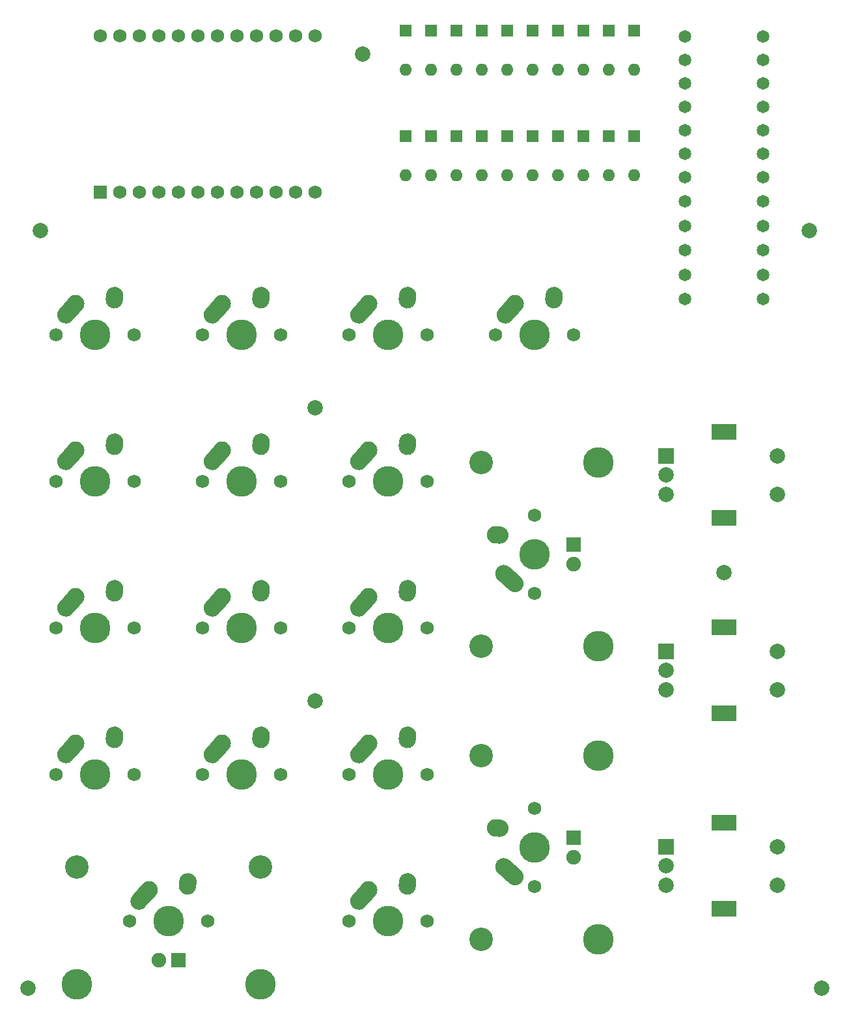
<source format=gbs>
%TF.GenerationSoftware,KiCad,Pcbnew,(5.1.10)-1*%
%TF.CreationDate,2021-10-28T11:13:53+08:00*%
%TF.ProjectId,EGPad,45475061-642e-46b6-9963-61645f706362,rev?*%
%TF.SameCoordinates,Original*%
%TF.FileFunction,Soldermask,Bot*%
%TF.FilePolarity,Negative*%
%FSLAX46Y46*%
G04 Gerber Fmt 4.6, Leading zero omitted, Abs format (unit mm)*
G04 Created by KiCad (PCBNEW (5.1.10)-1) date 2021-10-28 11:13:53*
%MOMM*%
%LPD*%
G01*
G04 APERTURE LIST*
%ADD10C,1.750000*%
%ADD11C,2.250000*%
%ADD12C,3.987800*%
%ADD13C,1.905000*%
%ADD14R,1.905000X1.905000*%
%ADD15C,3.048000*%
%ADD16R,1.600000X1.600000*%
%ADD17O,1.600000X1.600000*%
%ADD18C,1.752600*%
%ADD19R,1.752600X1.752600*%
%ADD20C,2.000000*%
%ADD21R,3.200000X2.000000*%
%ADD22R,2.000000X2.000000*%
%ADD23C,1.651000*%
G04 APERTURE END LIST*
D10*
%TO.C,MX15*%
X164623750Y-73818750D03*
X154463750Y-73818750D03*
D11*
X157043750Y-69818750D03*
D12*
X159543750Y-73818750D03*
G36*
G01*
X154980978Y-72114788D02*
X154980978Y-72114788D01*
G75*
G02*
X154897712Y-70525978I752772J836038D01*
G01*
X156210250Y-69068258D01*
G75*
G02*
X157799060Y-68984992I836038J-752772D01*
G01*
X157799060Y-68984992D01*
G75*
G02*
X157882326Y-70573802I-752772J-836038D01*
G01*
X156569788Y-72031522D01*
G75*
G02*
X154980978Y-72114788I-836038J752772D01*
G01*
G37*
D11*
X162083750Y-68738750D03*
G36*
G01*
X161965274Y-70441010D02*
X161965274Y-70441010D01*
G75*
G02*
X160921490Y-69240274I78476J1122260D01*
G01*
X160962044Y-68660312D01*
G75*
G02*
X162162780Y-67616528I1122260J-78476D01*
G01*
X162162780Y-67616528D01*
G75*
G02*
X163206564Y-68817264I-78476J-1122260D01*
G01*
X163166010Y-69397226D01*
G75*
G02*
X161965274Y-70441010I-1122260J78476D01*
G01*
G37*
%TD*%
%TO.C,MX5*%
G36*
G01*
X114340274Y-146641010D02*
X114340274Y-146641010D01*
G75*
G02*
X113296490Y-145440274I78476J1122260D01*
G01*
X113337044Y-144860312D01*
G75*
G02*
X114537780Y-143816528I1122260J-78476D01*
G01*
X114537780Y-143816528D01*
G75*
G02*
X115581564Y-145017264I-78476J-1122260D01*
G01*
X115541010Y-145597226D01*
G75*
G02*
X114340274Y-146641010I-1122260J78476D01*
G01*
G37*
X114458750Y-144938750D03*
G36*
G01*
X107355978Y-148314788D02*
X107355978Y-148314788D01*
G75*
G02*
X107272712Y-146725978I752772J836038D01*
G01*
X108585250Y-145268258D01*
G75*
G02*
X110174060Y-145184992I836038J-752772D01*
G01*
X110174060Y-145184992D01*
G75*
G02*
X110257326Y-146773802I-752772J-836038D01*
G01*
X108944788Y-148231522D01*
G75*
G02*
X107355978Y-148314788I-836038J752772D01*
G01*
G37*
D12*
X111918750Y-150018750D03*
D11*
X109418750Y-146018750D03*
D13*
X110648750Y-155098750D03*
D14*
X113188750Y-155098750D03*
D10*
X106838750Y-150018750D03*
X116998750Y-150018750D03*
D15*
X99980750Y-143033750D03*
X123856750Y-143033750D03*
D12*
X99980750Y-158273750D03*
X123856750Y-158273750D03*
%TD*%
%TO.C,MX17*%
G36*
G01*
X156166010Y-138072226D02*
X156166010Y-138072226D01*
G75*
G02*
X154965274Y-139116010I-1122260J78476D01*
G01*
X154385312Y-139075456D01*
G75*
G02*
X153341528Y-137874720I78476J1122260D01*
G01*
X153341528Y-137874720D01*
G75*
G02*
X154542264Y-136830936I1122260J-78476D01*
G01*
X155122226Y-136871490D01*
G75*
G02*
X156166010Y-138072226I-78476J-1122260D01*
G01*
G37*
D11*
X154463750Y-137953750D03*
G36*
G01*
X157839788Y-145056522D02*
X157839788Y-145056522D01*
G75*
G02*
X156250978Y-145139788I-836038J752772D01*
G01*
X154793258Y-143827250D01*
G75*
G02*
X154709992Y-142238440I752772J836038D01*
G01*
X154709992Y-142238440D01*
G75*
G02*
X156298802Y-142155174I836038J-752772D01*
G01*
X157756522Y-143467712D01*
G75*
G02*
X157839788Y-145056522I-752772J-836038D01*
G01*
G37*
D12*
X159543750Y-140493750D03*
D11*
X155543750Y-142993750D03*
D13*
X164623750Y-141763750D03*
D14*
X164623750Y-139223750D03*
D10*
X159543750Y-145573750D03*
X159543750Y-135413750D03*
D15*
X152558750Y-152431750D03*
X152558750Y-128555750D03*
D12*
X167798750Y-152431750D03*
X167798750Y-128555750D03*
%TD*%
%TO.C,MX16*%
G36*
G01*
X156166010Y-99972226D02*
X156166010Y-99972226D01*
G75*
G02*
X154965274Y-101016010I-1122260J78476D01*
G01*
X154385312Y-100975456D01*
G75*
G02*
X153341528Y-99774720I78476J1122260D01*
G01*
X153341528Y-99774720D01*
G75*
G02*
X154542264Y-98730936I1122260J-78476D01*
G01*
X155122226Y-98771490D01*
G75*
G02*
X156166010Y-99972226I-78476J-1122260D01*
G01*
G37*
D11*
X154463750Y-99853750D03*
G36*
G01*
X157839788Y-106956522D02*
X157839788Y-106956522D01*
G75*
G02*
X156250978Y-107039788I-836038J752772D01*
G01*
X154793258Y-105727250D01*
G75*
G02*
X154709992Y-104138440I752772J836038D01*
G01*
X154709992Y-104138440D01*
G75*
G02*
X156298802Y-104055174I836038J-752772D01*
G01*
X157756522Y-105367712D01*
G75*
G02*
X157839788Y-106956522I-752772J-836038D01*
G01*
G37*
D12*
X159543750Y-102393750D03*
D11*
X155543750Y-104893750D03*
D13*
X164623750Y-103663750D03*
D14*
X164623750Y-101123750D03*
D10*
X159543750Y-107473750D03*
X159543750Y-97313750D03*
D15*
X152558750Y-114331750D03*
X152558750Y-90455750D03*
D12*
X167798750Y-114331750D03*
X167798750Y-90455750D03*
%TD*%
D10*
%TO.C,MX11*%
X145573750Y-73818750D03*
X135413750Y-73818750D03*
D11*
X137993750Y-69818750D03*
D12*
X140493750Y-73818750D03*
G36*
G01*
X135930978Y-72114788D02*
X135930978Y-72114788D01*
G75*
G02*
X135847712Y-70525978I752772J836038D01*
G01*
X137160250Y-69068258D01*
G75*
G02*
X138749060Y-68984992I836038J-752772D01*
G01*
X138749060Y-68984992D01*
G75*
G02*
X138832326Y-70573802I-752772J-836038D01*
G01*
X137519788Y-72031522D01*
G75*
G02*
X135930978Y-72114788I-836038J752772D01*
G01*
G37*
D11*
X143033750Y-68738750D03*
G36*
G01*
X142915274Y-70441010D02*
X142915274Y-70441010D01*
G75*
G02*
X141871490Y-69240274I78476J1122260D01*
G01*
X141912044Y-68660312D01*
G75*
G02*
X143112780Y-67616528I1122260J-78476D01*
G01*
X143112780Y-67616528D01*
G75*
G02*
X144156564Y-68817264I-78476J-1122260D01*
G01*
X144116010Y-69397226D01*
G75*
G02*
X142915274Y-70441010I-1122260J78476D01*
G01*
G37*
%TD*%
D10*
%TO.C,MX8*%
X126523750Y-111918750D03*
X116363750Y-111918750D03*
D11*
X118943750Y-107918750D03*
D12*
X121443750Y-111918750D03*
G36*
G01*
X116880978Y-110214788D02*
X116880978Y-110214788D01*
G75*
G02*
X116797712Y-108625978I752772J836038D01*
G01*
X118110250Y-107168258D01*
G75*
G02*
X119699060Y-107084992I836038J-752772D01*
G01*
X119699060Y-107084992D01*
G75*
G02*
X119782326Y-108673802I-752772J-836038D01*
G01*
X118469788Y-110131522D01*
G75*
G02*
X116880978Y-110214788I-836038J752772D01*
G01*
G37*
D11*
X123983750Y-106838750D03*
G36*
G01*
X123865274Y-108541010D02*
X123865274Y-108541010D01*
G75*
G02*
X122821490Y-107340274I78476J1122260D01*
G01*
X122862044Y-106760312D01*
G75*
G02*
X124062780Y-105716528I1122260J-78476D01*
G01*
X124062780Y-105716528D01*
G75*
G02*
X125106564Y-106917264I-78476J-1122260D01*
G01*
X125066010Y-107497226D01*
G75*
G02*
X123865274Y-108541010I-1122260J78476D01*
G01*
G37*
%TD*%
D10*
%TO.C,MX4*%
X107473750Y-130968750D03*
X97313750Y-130968750D03*
D11*
X99893750Y-126968750D03*
D12*
X102393750Y-130968750D03*
G36*
G01*
X97830978Y-129264788D02*
X97830978Y-129264788D01*
G75*
G02*
X97747712Y-127675978I752772J836038D01*
G01*
X99060250Y-126218258D01*
G75*
G02*
X100649060Y-126134992I836038J-752772D01*
G01*
X100649060Y-126134992D01*
G75*
G02*
X100732326Y-127723802I-752772J-836038D01*
G01*
X99419788Y-129181522D01*
G75*
G02*
X97830978Y-129264788I-836038J752772D01*
G01*
G37*
D11*
X104933750Y-125888750D03*
G36*
G01*
X104815274Y-127591010D02*
X104815274Y-127591010D01*
G75*
G02*
X103771490Y-126390274I78476J1122260D01*
G01*
X103812044Y-125810312D01*
G75*
G02*
X105012780Y-124766528I1122260J-78476D01*
G01*
X105012780Y-124766528D01*
G75*
G02*
X106056564Y-125967264I-78476J-1122260D01*
G01*
X106016010Y-126547226D01*
G75*
G02*
X104815274Y-127591010I-1122260J78476D01*
G01*
G37*
%TD*%
D10*
%TO.C,MX14*%
X145573750Y-130968750D03*
X135413750Y-130968750D03*
D11*
X137993750Y-126968750D03*
D12*
X140493750Y-130968750D03*
G36*
G01*
X135930978Y-129264788D02*
X135930978Y-129264788D01*
G75*
G02*
X135847712Y-127675978I752772J836038D01*
G01*
X137160250Y-126218258D01*
G75*
G02*
X138749060Y-126134992I836038J-752772D01*
G01*
X138749060Y-126134992D01*
G75*
G02*
X138832326Y-127723802I-752772J-836038D01*
G01*
X137519788Y-129181522D01*
G75*
G02*
X135930978Y-129264788I-836038J752772D01*
G01*
G37*
D11*
X143033750Y-125888750D03*
G36*
G01*
X142915274Y-127591010D02*
X142915274Y-127591010D01*
G75*
G02*
X141871490Y-126390274I78476J1122260D01*
G01*
X141912044Y-125810312D01*
G75*
G02*
X143112780Y-124766528I1122260J-78476D01*
G01*
X143112780Y-124766528D01*
G75*
G02*
X144156564Y-125967264I-78476J-1122260D01*
G01*
X144116010Y-126547226D01*
G75*
G02*
X142915274Y-127591010I-1122260J78476D01*
G01*
G37*
%TD*%
D10*
%TO.C,MX13*%
X145573750Y-111918750D03*
X135413750Y-111918750D03*
D11*
X137993750Y-107918750D03*
D12*
X140493750Y-111918750D03*
G36*
G01*
X135930978Y-110214788D02*
X135930978Y-110214788D01*
G75*
G02*
X135847712Y-108625978I752772J836038D01*
G01*
X137160250Y-107168258D01*
G75*
G02*
X138749060Y-107084992I836038J-752772D01*
G01*
X138749060Y-107084992D01*
G75*
G02*
X138832326Y-108673802I-752772J-836038D01*
G01*
X137519788Y-110131522D01*
G75*
G02*
X135930978Y-110214788I-836038J752772D01*
G01*
G37*
D11*
X143033750Y-106838750D03*
G36*
G01*
X142915274Y-108541010D02*
X142915274Y-108541010D01*
G75*
G02*
X141871490Y-107340274I78476J1122260D01*
G01*
X141912044Y-106760312D01*
G75*
G02*
X143112780Y-105716528I1122260J-78476D01*
G01*
X143112780Y-105716528D01*
G75*
G02*
X144156564Y-106917264I-78476J-1122260D01*
G01*
X144116010Y-107497226D01*
G75*
G02*
X142915274Y-108541010I-1122260J78476D01*
G01*
G37*
%TD*%
D10*
%TO.C,MX12*%
X145573750Y-92868750D03*
X135413750Y-92868750D03*
D11*
X137993750Y-88868750D03*
D12*
X140493750Y-92868750D03*
G36*
G01*
X135930978Y-91164788D02*
X135930978Y-91164788D01*
G75*
G02*
X135847712Y-89575978I752772J836038D01*
G01*
X137160250Y-88118258D01*
G75*
G02*
X138749060Y-88034992I836038J-752772D01*
G01*
X138749060Y-88034992D01*
G75*
G02*
X138832326Y-89623802I-752772J-836038D01*
G01*
X137519788Y-91081522D01*
G75*
G02*
X135930978Y-91164788I-836038J752772D01*
G01*
G37*
D11*
X143033750Y-87788750D03*
G36*
G01*
X142915274Y-89491010D02*
X142915274Y-89491010D01*
G75*
G02*
X141871490Y-88290274I78476J1122260D01*
G01*
X141912044Y-87710312D01*
G75*
G02*
X143112780Y-86666528I1122260J-78476D01*
G01*
X143112780Y-86666528D01*
G75*
G02*
X144156564Y-87867264I-78476J-1122260D01*
G01*
X144116010Y-88447226D01*
G75*
G02*
X142915274Y-89491010I-1122260J78476D01*
G01*
G37*
%TD*%
D10*
%TO.C,MX10*%
X145573750Y-150018750D03*
X135413750Y-150018750D03*
D11*
X137993750Y-146018750D03*
D12*
X140493750Y-150018750D03*
G36*
G01*
X135930978Y-148314788D02*
X135930978Y-148314788D01*
G75*
G02*
X135847712Y-146725978I752772J836038D01*
G01*
X137160250Y-145268258D01*
G75*
G02*
X138749060Y-145184992I836038J-752772D01*
G01*
X138749060Y-145184992D01*
G75*
G02*
X138832326Y-146773802I-752772J-836038D01*
G01*
X137519788Y-148231522D01*
G75*
G02*
X135930978Y-148314788I-836038J752772D01*
G01*
G37*
D11*
X143033750Y-144938750D03*
G36*
G01*
X142915274Y-146641010D02*
X142915274Y-146641010D01*
G75*
G02*
X141871490Y-145440274I78476J1122260D01*
G01*
X141912044Y-144860312D01*
G75*
G02*
X143112780Y-143816528I1122260J-78476D01*
G01*
X143112780Y-143816528D01*
G75*
G02*
X144156564Y-145017264I-78476J-1122260D01*
G01*
X144116010Y-145597226D01*
G75*
G02*
X142915274Y-146641010I-1122260J78476D01*
G01*
G37*
%TD*%
D10*
%TO.C,MX9*%
X126523750Y-130968750D03*
X116363750Y-130968750D03*
D11*
X118943750Y-126968750D03*
D12*
X121443750Y-130968750D03*
G36*
G01*
X116880978Y-129264788D02*
X116880978Y-129264788D01*
G75*
G02*
X116797712Y-127675978I752772J836038D01*
G01*
X118110250Y-126218258D01*
G75*
G02*
X119699060Y-126134992I836038J-752772D01*
G01*
X119699060Y-126134992D01*
G75*
G02*
X119782326Y-127723802I-752772J-836038D01*
G01*
X118469788Y-129181522D01*
G75*
G02*
X116880978Y-129264788I-836038J752772D01*
G01*
G37*
D11*
X123983750Y-125888750D03*
G36*
G01*
X123865274Y-127591010D02*
X123865274Y-127591010D01*
G75*
G02*
X122821490Y-126390274I78476J1122260D01*
G01*
X122862044Y-125810312D01*
G75*
G02*
X124062780Y-124766528I1122260J-78476D01*
G01*
X124062780Y-124766528D01*
G75*
G02*
X125106564Y-125967264I-78476J-1122260D01*
G01*
X125066010Y-126547226D01*
G75*
G02*
X123865274Y-127591010I-1122260J78476D01*
G01*
G37*
%TD*%
D10*
%TO.C,MX7*%
X126523750Y-92868750D03*
X116363750Y-92868750D03*
D11*
X118943750Y-88868750D03*
D12*
X121443750Y-92868750D03*
G36*
G01*
X116880978Y-91164788D02*
X116880978Y-91164788D01*
G75*
G02*
X116797712Y-89575978I752772J836038D01*
G01*
X118110250Y-88118258D01*
G75*
G02*
X119699060Y-88034992I836038J-752772D01*
G01*
X119699060Y-88034992D01*
G75*
G02*
X119782326Y-89623802I-752772J-836038D01*
G01*
X118469788Y-91081522D01*
G75*
G02*
X116880978Y-91164788I-836038J752772D01*
G01*
G37*
D11*
X123983750Y-87788750D03*
G36*
G01*
X123865274Y-89491010D02*
X123865274Y-89491010D01*
G75*
G02*
X122821490Y-88290274I78476J1122260D01*
G01*
X122862044Y-87710312D01*
G75*
G02*
X124062780Y-86666528I1122260J-78476D01*
G01*
X124062780Y-86666528D01*
G75*
G02*
X125106564Y-87867264I-78476J-1122260D01*
G01*
X125066010Y-88447226D01*
G75*
G02*
X123865274Y-89491010I-1122260J78476D01*
G01*
G37*
%TD*%
D10*
%TO.C,MX6*%
X126523750Y-73818750D03*
X116363750Y-73818750D03*
D11*
X118943750Y-69818750D03*
D12*
X121443750Y-73818750D03*
G36*
G01*
X116880978Y-72114788D02*
X116880978Y-72114788D01*
G75*
G02*
X116797712Y-70525978I752772J836038D01*
G01*
X118110250Y-69068258D01*
G75*
G02*
X119699060Y-68984992I836038J-752772D01*
G01*
X119699060Y-68984992D01*
G75*
G02*
X119782326Y-70573802I-752772J-836038D01*
G01*
X118469788Y-72031522D01*
G75*
G02*
X116880978Y-72114788I-836038J752772D01*
G01*
G37*
D11*
X123983750Y-68738750D03*
G36*
G01*
X123865274Y-70441010D02*
X123865274Y-70441010D01*
G75*
G02*
X122821490Y-69240274I78476J1122260D01*
G01*
X122862044Y-68660312D01*
G75*
G02*
X124062780Y-67616528I1122260J-78476D01*
G01*
X124062780Y-67616528D01*
G75*
G02*
X125106564Y-68817264I-78476J-1122260D01*
G01*
X125066010Y-69397226D01*
G75*
G02*
X123865274Y-70441010I-1122260J78476D01*
G01*
G37*
%TD*%
D10*
%TO.C,MX3*%
X107473750Y-111918750D03*
X97313750Y-111918750D03*
D11*
X99893750Y-107918750D03*
D12*
X102393750Y-111918750D03*
G36*
G01*
X97830978Y-110214788D02*
X97830978Y-110214788D01*
G75*
G02*
X97747712Y-108625978I752772J836038D01*
G01*
X99060250Y-107168258D01*
G75*
G02*
X100649060Y-107084992I836038J-752772D01*
G01*
X100649060Y-107084992D01*
G75*
G02*
X100732326Y-108673802I-752772J-836038D01*
G01*
X99419788Y-110131522D01*
G75*
G02*
X97830978Y-110214788I-836038J752772D01*
G01*
G37*
D11*
X104933750Y-106838750D03*
G36*
G01*
X104815274Y-108541010D02*
X104815274Y-108541010D01*
G75*
G02*
X103771490Y-107340274I78476J1122260D01*
G01*
X103812044Y-106760312D01*
G75*
G02*
X105012780Y-105716528I1122260J-78476D01*
G01*
X105012780Y-105716528D01*
G75*
G02*
X106056564Y-106917264I-78476J-1122260D01*
G01*
X106016010Y-107497226D01*
G75*
G02*
X104815274Y-108541010I-1122260J78476D01*
G01*
G37*
%TD*%
D10*
%TO.C,MX2*%
X107473750Y-92868750D03*
X97313750Y-92868750D03*
D11*
X99893750Y-88868750D03*
D12*
X102393750Y-92868750D03*
G36*
G01*
X97830978Y-91164788D02*
X97830978Y-91164788D01*
G75*
G02*
X97747712Y-89575978I752772J836038D01*
G01*
X99060250Y-88118258D01*
G75*
G02*
X100649060Y-88034992I836038J-752772D01*
G01*
X100649060Y-88034992D01*
G75*
G02*
X100732326Y-89623802I-752772J-836038D01*
G01*
X99419788Y-91081522D01*
G75*
G02*
X97830978Y-91164788I-836038J752772D01*
G01*
G37*
D11*
X104933750Y-87788750D03*
G36*
G01*
X104815274Y-89491010D02*
X104815274Y-89491010D01*
G75*
G02*
X103771490Y-88290274I78476J1122260D01*
G01*
X103812044Y-87710312D01*
G75*
G02*
X105012780Y-86666528I1122260J-78476D01*
G01*
X105012780Y-86666528D01*
G75*
G02*
X106056564Y-87867264I-78476J-1122260D01*
G01*
X106016010Y-88447226D01*
G75*
G02*
X104815274Y-89491010I-1122260J78476D01*
G01*
G37*
%TD*%
D10*
%TO.C,MX1*%
X107473750Y-73818750D03*
X97313750Y-73818750D03*
D11*
X99893750Y-69818750D03*
D12*
X102393750Y-73818750D03*
G36*
G01*
X97830978Y-72114788D02*
X97830978Y-72114788D01*
G75*
G02*
X97747712Y-70525978I752772J836038D01*
G01*
X99060250Y-69068258D01*
G75*
G02*
X100649060Y-68984992I836038J-752772D01*
G01*
X100649060Y-68984992D01*
G75*
G02*
X100732326Y-70573802I-752772J-836038D01*
G01*
X99419788Y-72031522D01*
G75*
G02*
X97830978Y-72114788I-836038J752772D01*
G01*
G37*
D11*
X104933750Y-68738750D03*
G36*
G01*
X104815274Y-70441010D02*
X104815274Y-70441010D01*
G75*
G02*
X103771490Y-69240274I78476J1122260D01*
G01*
X103812044Y-68660312D01*
G75*
G02*
X105012780Y-67616528I1122260J-78476D01*
G01*
X105012780Y-67616528D01*
G75*
G02*
X106056564Y-68817264I-78476J-1122260D01*
G01*
X106016010Y-69397226D01*
G75*
G02*
X104815274Y-70441010I-1122260J78476D01*
G01*
G37*
%TD*%
D16*
%TO.C,D20*%
X172466000Y-34290000D03*
D17*
X172466000Y-39370000D03*
%TD*%
D16*
%TO.C,D19*%
X172466000Y-48006000D03*
D17*
X172466000Y-53086000D03*
%TD*%
D16*
%TO.C,D18*%
X169164000Y-48006000D03*
D17*
X169164000Y-53086000D03*
%TD*%
D16*
%TO.C,D17*%
X159258000Y-48006000D03*
D17*
X159258000Y-53086000D03*
%TD*%
D16*
%TO.C,D16*%
X162560000Y-48006000D03*
D17*
X162560000Y-53086000D03*
%TD*%
D16*
%TO.C,D15*%
X165862000Y-48006000D03*
D17*
X165862000Y-53086000D03*
%TD*%
%TO.C,D14*%
X152654000Y-53086000D03*
D16*
X152654000Y-48006000D03*
%TD*%
%TO.C,D13*%
X149352000Y-48006000D03*
D17*
X149352000Y-53086000D03*
%TD*%
D16*
%TO.C,D12*%
X146050000Y-48006000D03*
D17*
X146050000Y-53086000D03*
%TD*%
D16*
%TO.C,D11*%
X142748000Y-48006000D03*
D17*
X142748000Y-53086000D03*
%TD*%
D16*
%TO.C,D10*%
X155956000Y-48006000D03*
D17*
X155956000Y-53086000D03*
%TD*%
D16*
%TO.C,D9*%
X159258000Y-34290000D03*
D17*
X159258000Y-39370000D03*
%TD*%
D16*
%TO.C,D8*%
X162560000Y-34290000D03*
D17*
X162560000Y-39370000D03*
%TD*%
D16*
%TO.C,D7*%
X165862000Y-34290000D03*
D17*
X165862000Y-39370000D03*
%TD*%
D16*
%TO.C,D6*%
X169164000Y-34290000D03*
D17*
X169164000Y-39370000D03*
%TD*%
D16*
%TO.C,D5*%
X155956000Y-34290000D03*
D17*
X155956000Y-39370000D03*
%TD*%
D16*
%TO.C,D4*%
X152654000Y-34290000D03*
D17*
X152654000Y-39370000D03*
%TD*%
D16*
%TO.C,D3*%
X149352000Y-34290000D03*
D17*
X149352000Y-39370000D03*
%TD*%
D16*
%TO.C,D2*%
X146050000Y-34290000D03*
D17*
X146050000Y-39370000D03*
%TD*%
D16*
%TO.C,D1*%
X142748000Y-34290000D03*
D17*
X142748000Y-39370000D03*
%TD*%
D18*
%TO.C,U1*%
X103033610Y-35040202D03*
X130973610Y-55280202D03*
X105573610Y-35040202D03*
X108113610Y-35040202D03*
X110653610Y-35040202D03*
X113193610Y-35040202D03*
X115733610Y-35040202D03*
X118273610Y-35040202D03*
X120813610Y-35040202D03*
X123353610Y-35040202D03*
X125893610Y-35040202D03*
X128433610Y-35040202D03*
X130973610Y-35040202D03*
X128433610Y-55280202D03*
X125893610Y-55280202D03*
X123353610Y-55280202D03*
X120813610Y-55280202D03*
X118273610Y-55280202D03*
X115733610Y-55280202D03*
X113193610Y-55280202D03*
X110653610Y-55280202D03*
X108113610Y-55280202D03*
X105573610Y-55280202D03*
D19*
X103033610Y-55280202D03*
%TD*%
D20*
%TO.C,M2*%
X137160000Y-37338000D03*
%TD*%
%TO.C,M2*%
X184150000Y-104775000D03*
%TD*%
%TO.C,M2*%
X130968750Y-121443750D03*
%TD*%
%TO.C,M2*%
X130968750Y-83343750D03*
%TD*%
%TO.C,M2*%
X93662500Y-158750000D03*
%TD*%
%TO.C,M2*%
X196850000Y-158750000D03*
%TD*%
%TO.C,M2*%
X195262500Y-60325000D03*
%TD*%
%TO.C,M2*%
X95250000Y-60325000D03*
%TD*%
%TO.C,SW3*%
X191150000Y-145375000D03*
X191150000Y-140375000D03*
D21*
X184150000Y-148475000D03*
X184150000Y-137275000D03*
D20*
X176650000Y-145375000D03*
X176650000Y-142875000D03*
D22*
X176650000Y-140375000D03*
%TD*%
D20*
%TO.C,SW2*%
X191150000Y-119975000D03*
X191150000Y-114975000D03*
D21*
X184150000Y-123075000D03*
X184150000Y-111875000D03*
D20*
X176650000Y-119975000D03*
X176650000Y-117475000D03*
D22*
X176650000Y-114975000D03*
%TD*%
D20*
%TO.C,SW1*%
X191150000Y-94575000D03*
X191150000Y-89575000D03*
D21*
X184150000Y-97675000D03*
X184150000Y-86475000D03*
D20*
X176650000Y-94575000D03*
X176650000Y-92075000D03*
D22*
X176650000Y-89575000D03*
%TD*%
D23*
%TO.C,R12*%
X189293500Y-53340000D03*
X179133500Y-53340000D03*
%TD*%
%TO.C,R11*%
X189293500Y-56515000D03*
X179133500Y-56515000D03*
%TD*%
%TO.C,R10*%
X189293500Y-59690000D03*
X179133500Y-59690000D03*
%TD*%
%TO.C,R9*%
X189293500Y-62865000D03*
X179133500Y-62865000D03*
%TD*%
%TO.C,R8*%
X189293500Y-66040000D03*
X179133500Y-66040000D03*
%TD*%
%TO.C,R7*%
X189293500Y-69215000D03*
X179133500Y-69215000D03*
%TD*%
%TO.C,R6*%
X189230000Y-50292000D03*
X179070000Y-50292000D03*
%TD*%
%TO.C,R5*%
X189230000Y-47244000D03*
X179070000Y-47244000D03*
%TD*%
%TO.C,R4*%
X189230000Y-44196000D03*
X179070000Y-44196000D03*
%TD*%
%TO.C,R3*%
X189230000Y-41148000D03*
X179070000Y-41148000D03*
%TD*%
%TO.C,R2*%
X189230000Y-38100000D03*
X179070000Y-38100000D03*
%TD*%
%TO.C,R1*%
X189230000Y-35052000D03*
X179070000Y-35052000D03*
%TD*%
M02*

</source>
